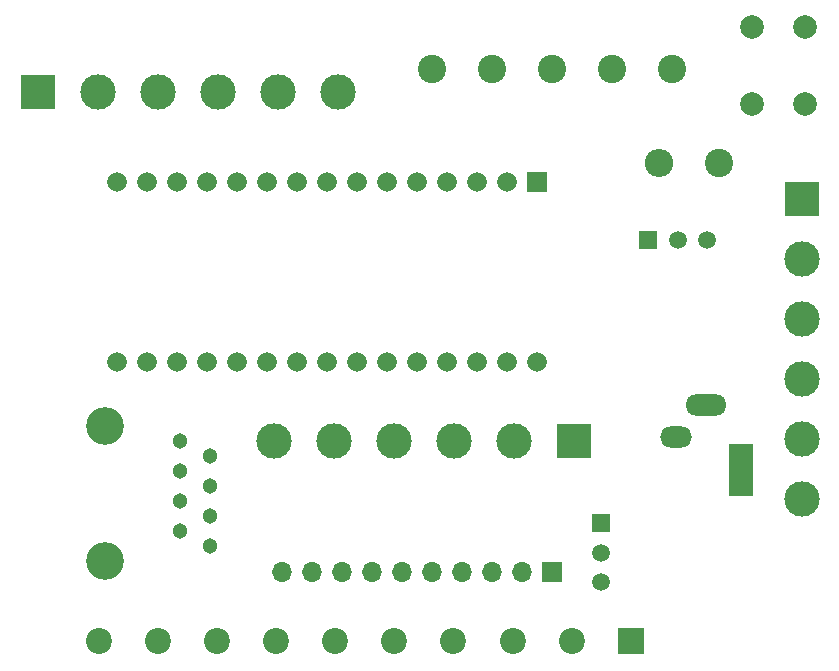
<source format=gbr>
%TF.GenerationSoftware,KiCad,Pcbnew,(6.0.7)*%
%TF.CreationDate,2022-10-05T21:28:45-05:00*%
%TF.ProjectId,ScareBanger_PCB,53636172-6542-4616-9e67-65725f504342,rev?*%
%TF.SameCoordinates,Original*%
%TF.FileFunction,Soldermask,Top*%
%TF.FilePolarity,Negative*%
%FSLAX46Y46*%
G04 Gerber Fmt 4.6, Leading zero omitted, Abs format (unit mm)*
G04 Created by KiCad (PCBNEW (6.0.7)) date 2022-10-05 21:28:45*
%MOMM*%
%LPD*%
G01*
G04 APERTURE LIST*
%ADD10R,1.665000X1.665000*%
%ADD11C,1.665000*%
%ADD12R,3.000000X3.000000*%
%ADD13C,3.000000*%
%ADD14R,1.500000X1.500000*%
%ADD15C,1.500000*%
%ADD16C,2.400000*%
%ADD17C,2.000000*%
%ADD18R,2.300000X2.300000*%
%ADD19C,2.200000*%
%ADD20O,2.400000X2.400000*%
%ADD21C,3.200000*%
%ADD22C,1.303000*%
%ADD23R,2.000000X4.500000*%
%ADD24O,3.500000X1.800000*%
%ADD25O,2.700000X1.800000*%
%ADD26R,1.700000X1.700000*%
%ADD27O,1.700000X1.700000*%
G04 APERTURE END LIST*
D10*
%TO.C,A1*%
X148590000Y-101610000D03*
D11*
X146050000Y-101610000D03*
X143510000Y-101610000D03*
X140970000Y-101610000D03*
X138430000Y-101610000D03*
X135890000Y-101610000D03*
X133350000Y-101610000D03*
X130810000Y-101610000D03*
X128270000Y-101610000D03*
X125730000Y-101610000D03*
X123190000Y-101610000D03*
X120650000Y-101610000D03*
X118110000Y-101610000D03*
X115570000Y-101610000D03*
X113030000Y-101610000D03*
X113030000Y-116850000D03*
X115570000Y-116850000D03*
X118110000Y-116850000D03*
X120650000Y-116850000D03*
X123190000Y-116850000D03*
X125730000Y-116850000D03*
X128270000Y-116850000D03*
X130810000Y-116850000D03*
X133350000Y-116850000D03*
X135890000Y-116850000D03*
X138430000Y-116850000D03*
X140970000Y-116850000D03*
X143510000Y-116850000D03*
X146050000Y-116850000D03*
X148590000Y-116850000D03*
%TD*%
D12*
%TO.C,J3*%
X106300000Y-94000000D03*
D13*
X111380000Y-94000000D03*
X116460000Y-94000000D03*
X121540000Y-94000000D03*
X126620000Y-94000000D03*
X131700000Y-94000000D03*
%TD*%
D14*
%TO.C,SW2*%
X154000000Y-130500000D03*
D15*
X154000000Y-133000000D03*
X154000000Y-135500000D03*
%TD*%
D12*
%TO.C,J6*%
X151700000Y-123500000D03*
D13*
X146620000Y-123500000D03*
X141540000Y-123500000D03*
X136460000Y-123500000D03*
X131380000Y-123500000D03*
X126300000Y-123500000D03*
%TD*%
D12*
%TO.C,J7*%
X171000000Y-103000000D03*
D13*
X171000000Y-108080000D03*
X171000000Y-113160000D03*
X171000000Y-118240000D03*
X171000000Y-123320000D03*
X171000000Y-128400000D03*
%TD*%
D16*
%TO.C,J2*%
X160000000Y-92000000D03*
X154920000Y-92000000D03*
X149840000Y-92000000D03*
X144760000Y-92000000D03*
X139680000Y-92000000D03*
%TD*%
D17*
%TO.C,S1*%
X166750000Y-88500000D03*
X166750000Y-95000000D03*
X171250000Y-95000000D03*
X171250000Y-88500000D03*
%TD*%
D18*
%TO.C,J17*%
X156500000Y-140500000D03*
D19*
X151500000Y-140500000D03*
X146500000Y-140500000D03*
X141500000Y-140500000D03*
X136500000Y-140500000D03*
X131500000Y-140500000D03*
X126500000Y-140500000D03*
X121500000Y-140500000D03*
X116500000Y-140500000D03*
X111500000Y-140500000D03*
%TD*%
D16*
%TO.C,R2*%
X164000000Y-100000000D03*
D20*
X158920000Y-100000000D03*
%TD*%
D21*
%TO.C,J1*%
X112034000Y-133731000D03*
X112034000Y-122301000D03*
D22*
X118384000Y-123571000D03*
X120924000Y-124841000D03*
X118384000Y-126111000D03*
X120924000Y-127381000D03*
X118384000Y-128651000D03*
X120924000Y-129921000D03*
X118384000Y-131191000D03*
X120924000Y-132461000D03*
%TD*%
D14*
%TO.C,SW1*%
X158000000Y-106500000D03*
D15*
X160500000Y-106500000D03*
X163000000Y-106500000D03*
%TD*%
D23*
%TO.C,J4*%
X165850000Y-126000000D03*
D24*
X162900000Y-120500000D03*
D25*
X160300000Y-123200000D03*
%TD*%
D26*
%TO.C,J16*%
X149860000Y-134620000D03*
D27*
X147320000Y-134620000D03*
X144780000Y-134620000D03*
X142240000Y-134620000D03*
X139700000Y-134620000D03*
X137160000Y-134620000D03*
X134620000Y-134620000D03*
X132080000Y-134620000D03*
X129540000Y-134620000D03*
X127000000Y-134620000D03*
%TD*%
M02*

</source>
